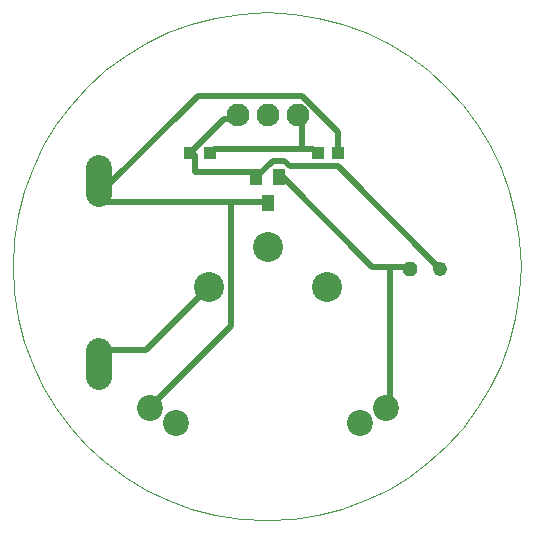
<source format=gbl>
G04 EAGLE Gerber RS-274X export*
G75*
%MOMM*%
%FSLAX34Y34*%
%LPD*%
%INBottom layer*%
%IPPOS*%
%AMOC8*
5,1,8,0,0,1.08239X$1,22.5*%
G01*
%ADD10C,0.001000*%
%ADD11C,2.540000*%
%ADD12C,2.200000*%
%ADD13C,2.200000*%
%ADD14C,1.930400*%
%ADD15R,1.000000X1.100000*%
%ADD16R,1.000000X1.400000*%
%ADD17P,1.319650X8X202.500000*%
%ADD18C,1.219200*%
%ADD19C,0.500000*%


D10*
X455400Y240400D02*
X454290Y218418D01*
X451032Y197070D01*
X445734Y176466D01*
X438504Y156712D01*
X429451Y137918D01*
X418681Y120192D01*
X406305Y103640D01*
X392428Y88372D01*
X377160Y74496D01*
X360609Y62119D01*
X342882Y51349D01*
X324088Y42296D01*
X304334Y35066D01*
X283730Y29768D01*
X262383Y26510D01*
X240400Y25400D01*
X218418Y26510D01*
X197070Y29768D01*
X176466Y35066D01*
X156712Y42296D01*
X137918Y51349D01*
X120192Y62119D01*
X103640Y74496D01*
X88372Y88372D01*
X74496Y103640D01*
X62119Y120192D01*
X51349Y137918D01*
X42296Y156712D01*
X35066Y176466D01*
X29768Y197070D01*
X26510Y218418D01*
X25400Y240400D01*
X26510Y262383D01*
X29768Y283730D01*
X35066Y304334D01*
X42296Y324088D01*
X51349Y342882D01*
X62119Y360609D01*
X74496Y377160D01*
X88372Y392428D01*
X103640Y406305D01*
X120192Y418681D01*
X137918Y429451D01*
X156712Y438504D01*
X176466Y445734D01*
X197070Y451032D01*
X218418Y454290D01*
X240400Y455400D01*
X262383Y454290D01*
X283730Y451032D01*
X304334Y445734D01*
X324088Y438504D01*
X342882Y429451D01*
X360609Y418681D01*
X377160Y406305D01*
X392428Y392428D01*
X406305Y377160D01*
X418681Y360609D01*
X429451Y342882D01*
X438504Y324088D01*
X445734Y304334D01*
X451032Y283730D01*
X454290Y262383D01*
X455400Y240400D01*
D11*
X241300Y257125D03*
X291300Y223125D03*
X191300Y223125D03*
D12*
X341199Y120650D03*
X319202Y107950D03*
D13*
X98375Y146600D02*
X98375Y168600D01*
X98375Y301300D02*
X98375Y323300D01*
D12*
X141402Y120650D03*
X163399Y107950D03*
D14*
X241300Y368300D03*
X215900Y368300D03*
X266700Y368300D03*
D15*
X300600Y336550D03*
X283600Y336550D03*
X192650Y336550D03*
X175650Y336550D03*
D16*
X231800Y315800D03*
X241300Y293800D03*
X250800Y315800D03*
D17*
X361950Y238175D03*
D18*
X387350Y238175D03*
D19*
X240000Y295000D02*
X210000Y295000D01*
X240000Y295000D02*
X241300Y293800D01*
X210000Y190000D02*
X145000Y125000D01*
X210000Y190000D02*
X210000Y295000D01*
X145000Y125000D02*
X141402Y120650D01*
X104675Y295000D02*
X210000Y295000D01*
X104675Y295000D02*
X98375Y301300D01*
X182075Y385000D02*
X270000Y385000D01*
X182075Y385000D02*
X98375Y301300D01*
X270000Y385000D02*
X300600Y354400D01*
X300600Y336550D01*
X99775Y170000D02*
X98375Y168600D01*
X138175Y170000D02*
X191300Y223125D01*
X138175Y170000D02*
X99775Y170000D01*
X270000Y340000D02*
X280000Y340000D01*
X283600Y336550D01*
X270000Y340000D02*
X270000Y365000D01*
X266700Y368300D01*
X270000Y340000D02*
X196100Y340000D01*
X192650Y336550D01*
X345000Y240000D02*
X360000Y240000D01*
X345000Y240000D02*
X330000Y240000D01*
X360000Y240000D02*
X361950Y238175D01*
X345000Y240000D02*
X345000Y124451D01*
X341199Y120650D01*
X330000Y240000D02*
X254200Y315800D01*
X250800Y315800D01*
X230000Y320000D02*
X180000Y320000D01*
X180000Y335000D01*
X230000Y320000D02*
X231800Y315800D01*
X180000Y335000D02*
X175650Y336550D01*
X255000Y330000D02*
X260000Y325000D01*
X255000Y330000D02*
X246000Y330000D01*
X231800Y315800D01*
X260000Y325000D02*
X300525Y325000D01*
X387350Y238175D01*
X215900Y368300D02*
X212600Y365000D01*
X204100Y365000D01*
X175650Y336550D01*
M02*

</source>
